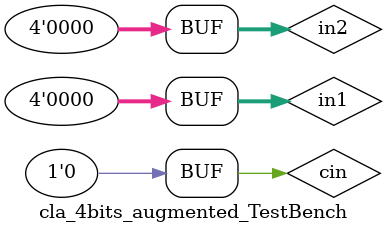
<source format=v>
`timescale 1ns / 1ps


module cla_4bits_augmented_TestBench;

	// Inputs
	reg [3:0] in1;
	reg [3:0] in2;
	reg cin;

	// Outputs
	wire [3:0] sum;
	wire p;
	wire g;

	// Instantiate the Unit Under Test (UUT)
	cla_4bits_augmented uut (
		.in1(in1), 
		.in2(in2), 
		.cin(cin), 
		.sum(sum), 
		.p(p), 
		.g(g)
	);

	initial begin
		// Initialize Inputs
		in1 = 0;
		in2 = 0;
		cin = 0;

		// Wait 100 ns for global reset to finish
		#100;
        
		// Add stimulus here

	end
      
endmodule


</source>
